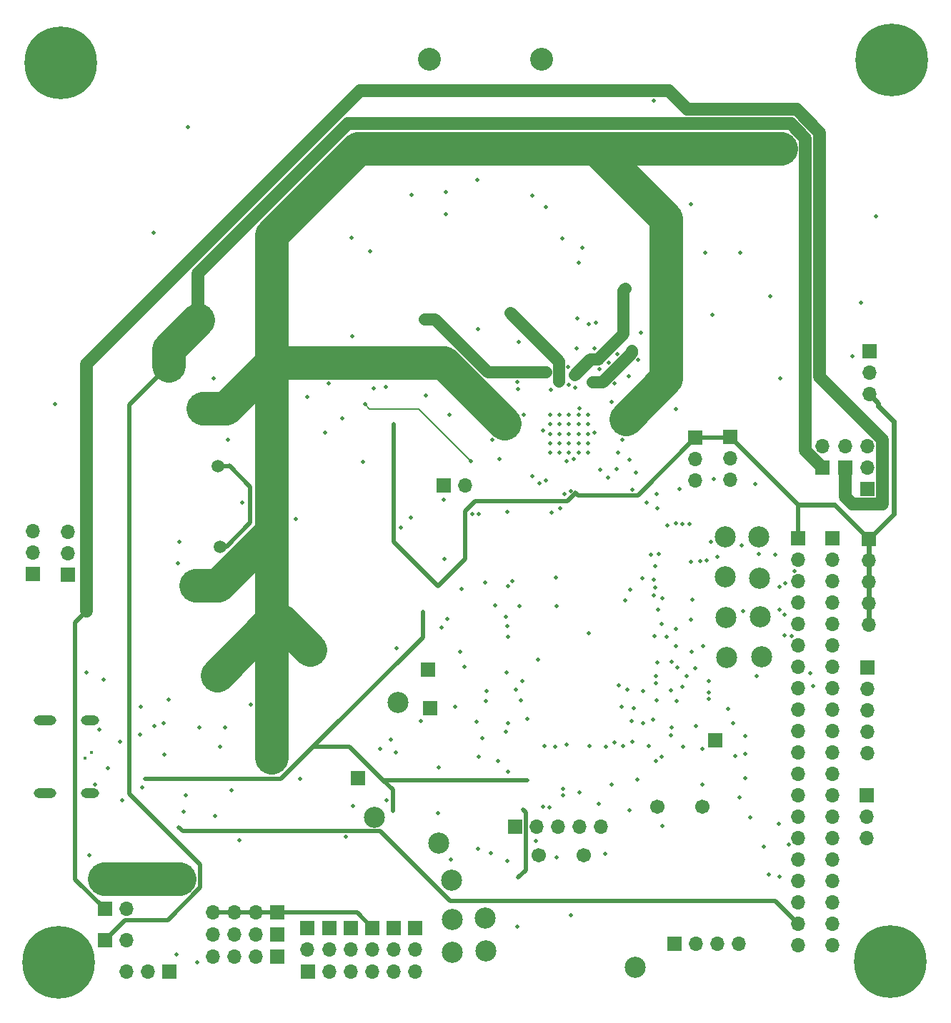
<source format=gbr>
%TF.GenerationSoftware,KiCad,Pcbnew,6.0.4-6f826c9f35~116~ubuntu20.04.1*%
%TF.CreationDate,2022-04-10T19:12:30+02:00*%
%TF.ProjectId,THEIA,54484549-412e-46b6-9963-61645f706362,rev?*%
%TF.SameCoordinates,Original*%
%TF.FileFunction,Copper,L3,Inr*%
%TF.FilePolarity,Positive*%
%FSLAX46Y46*%
G04 Gerber Fmt 4.6, Leading zero omitted, Abs format (unit mm)*
G04 Created by KiCad (PCBNEW 6.0.4-6f826c9f35~116~ubuntu20.04.1) date 2022-04-10 19:12:30*
%MOMM*%
%LPD*%
G01*
G04 APERTURE LIST*
%TA.AperFunction,ComponentPad*%
%ADD10R,1.700000X1.700000*%
%TD*%
%TA.AperFunction,ComponentPad*%
%ADD11O,1.700000X1.700000*%
%TD*%
%TA.AperFunction,ComponentPad*%
%ADD12C,1.701800*%
%TD*%
%TA.AperFunction,ComponentPad*%
%ADD13C,0.900000*%
%TD*%
%TA.AperFunction,ComponentPad*%
%ADD14C,8.600000*%
%TD*%
%TA.AperFunction,ComponentPad*%
%ADD15O,2.667000X1.168400*%
%TD*%
%TA.AperFunction,ComponentPad*%
%ADD16O,2.159000X1.168400*%
%TD*%
%TA.AperFunction,ComponentPad*%
%ADD17C,2.500000*%
%TD*%
%TA.AperFunction,ComponentPad*%
%ADD18C,0.500000*%
%TD*%
%TA.AperFunction,ComponentPad*%
%ADD19C,2.710000*%
%TD*%
%TA.AperFunction,ViaPad*%
%ADD20C,0.508000*%
%TD*%
%TA.AperFunction,ViaPad*%
%ADD21C,0.400000*%
%TD*%
%TA.AperFunction,ViaPad*%
%ADD22C,1.508000*%
%TD*%
%TA.AperFunction,ViaPad*%
%ADD23C,1.250000*%
%TD*%
%TA.AperFunction,Conductor*%
%ADD24C,0.500000*%
%TD*%
%TA.AperFunction,Conductor*%
%ADD25C,0.600000*%
%TD*%
%TA.AperFunction,Conductor*%
%ADD26C,4.000000*%
%TD*%
%TA.AperFunction,Conductor*%
%ADD27C,1.500000*%
%TD*%
%TA.AperFunction,Conductor*%
%ADD28C,1.400000*%
%TD*%
%TA.AperFunction,Conductor*%
%ADD29C,0.200000*%
%TD*%
G04 APERTURE END LIST*
D10*
%TO.N,POWER-IN-*%
%TO.C,J7*%
X205232000Y-121539000D03*
D11*
X205232000Y-124079000D03*
X205232000Y-126619000D03*
X205232000Y-129159000D03*
X205232000Y-131699000D03*
%TD*%
D10*
%TO.N,VDD33*%
%TO.C,J9*%
X205359000Y-106299000D03*
D11*
X205359000Y-108839000D03*
X205359000Y-111379000D03*
X205359000Y-113919000D03*
X205359000Y-116459000D03*
%TD*%
D12*
%TO.N,POWER-IN-*%
%TO.C,U2*%
X180306200Y-138069000D03*
%TO.N,Net-(C2-Pad2)*%
X185606200Y-138069000D03*
%TD*%
D13*
%TO.N,N/C*%
%TO.C,H3*%
X208100000Y-52725000D03*
X211325000Y-49500000D03*
X205819581Y-47219581D03*
X210380419Y-47219581D03*
D14*
X208100000Y-49500000D03*
D13*
X208100000Y-46275000D03*
X210380419Y-51780419D03*
X205819581Y-51780419D03*
X204875000Y-49500000D03*
%TD*%
%TO.N,N/C*%
%TO.C,H4*%
X106175000Y-156500000D03*
X111680419Y-158780419D03*
X107119581Y-158780419D03*
X112625000Y-156500000D03*
X107119581Y-154219581D03*
D14*
X109400000Y-156500000D03*
D13*
X109400000Y-159725000D03*
X111680419Y-154219581D03*
X109400000Y-153275000D03*
%TD*%
D10*
%TO.N,/ESP32/TXD0*%
%TO.C,JP6*%
X144018000Y-152400000D03*
D11*
%TO.N,Net-(J10-Pad3)*%
X144018000Y-154940000D03*
%TD*%
D10*
%TO.N,/ESP32/Micro SUB & USB-UART/RTS*%
%TO.C,J13*%
X135305800Y-153212800D03*
D11*
%TO.N,/ESP32/DTR*%
X132765800Y-153212800D03*
%TO.N,/ESP32/EN*%
X130225800Y-153212800D03*
%TO.N,/ESP32/IO0*%
X127685800Y-153212800D03*
%TD*%
D10*
%TO.N,Net-(J10-Pad1)*%
%TO.C,J10*%
X138912600Y-157607000D03*
D11*
%TO.N,Net-(J10-Pad2)*%
X141452600Y-157607000D03*
%TO.N,Net-(J10-Pad3)*%
X143992600Y-157607000D03*
%TO.N,Net-(J10-Pad4)*%
X146532600Y-157607000D03*
%TO.N,Net-(J10-Pad5)*%
X149072600Y-157607000D03*
%TO.N,Net-(J10-Pad6)*%
X151612600Y-157607000D03*
%TD*%
D10*
%TO.N,POWER-IN-*%
%TO.C,J4*%
X205105000Y-136652000D03*
D11*
%TO.N,/TMC5160-SMD/SPI_MODE*%
X205105000Y-139192000D03*
%TO.N,VDD33*%
X205105000Y-141732000D03*
%TD*%
D10*
%TO.N,VDD33*%
%TO.C,J14*%
X196977000Y-106172000D03*
D11*
%TO.N,/ESP32/EN*%
X196977000Y-108712000D03*
%TO.N,/ESP32/SENSOR_VP*%
X196977000Y-111252000D03*
%TO.N,/ESP32/SENSOR_VN*%
X196977000Y-113792000D03*
%TO.N,/ESP32/IO34*%
X196977000Y-116332000D03*
%TO.N,/ESP32/IO35*%
X196977000Y-118872000D03*
%TO.N,/ESP32/IO32*%
X196977000Y-121412000D03*
%TO.N,/ESP32/IO33*%
X196977000Y-123952000D03*
%TO.N,/ESP32/IO25*%
X196977000Y-126492000D03*
%TO.N,/ESP32/IO26*%
X196977000Y-129032000D03*
%TO.N,/ESP32/IO27*%
X196977000Y-131572000D03*
%TO.N,/ESP32/IO14*%
X196977000Y-134112000D03*
%TO.N,/ESP32/IO12*%
X196977000Y-136652000D03*
%TO.N,POWER-IN-*%
X196977000Y-139192000D03*
%TO.N,/ESP32/IO13*%
X196977000Y-141732000D03*
%TO.N,/ESP32/SD2*%
X196977000Y-144272000D03*
%TO.N,/ESP32/SD3*%
X196977000Y-146812000D03*
%TO.N,/ESP32/CMD*%
X196977000Y-149352000D03*
%TO.N,EXT_5V*%
X196977000Y-151892000D03*
%TO.N,unconnected-(J14-Pad20)*%
X196977000Y-154432000D03*
%TD*%
D13*
%TO.N,N/C*%
%TO.C,H1*%
X205619581Y-154119581D03*
X207900000Y-153175000D03*
X207900000Y-159625000D03*
D14*
X207900000Y-156400000D03*
D13*
X210180419Y-154119581D03*
X210180419Y-158680419D03*
X204675000Y-156400000D03*
X205619581Y-158680419D03*
X211125000Y-156400000D03*
%TD*%
D15*
%TO.N,N/C*%
%TO.C,J25*%
X107728700Y-127759998D03*
X107728700Y-136400002D03*
D16*
X113088700Y-127759998D03*
X113088700Y-136400002D03*
%TD*%
D10*
%TO.N,5V-LEDS*%
%TO.C,JP2*%
X114853800Y-150164800D03*
D11*
%TO.N,Net-(J1-Pad3)*%
X117393800Y-150164800D03*
%TD*%
D10*
%TO.N,POWER-IN-*%
%TO.C,J22*%
X106324400Y-110475000D03*
D11*
%TO.N,/ESP32/Micro SUB & USB-UART/RI*%
X106324400Y-107935000D03*
%TO.N,VDD33*%
X106324400Y-105395000D03*
%TD*%
D17*
%TO.N,/ESP32/IO13*%
%TO.C,TP8*%
X192709800Y-120294400D03*
%TD*%
%TO.N,/MOSI*%
%TO.C,TP13*%
X188468000Y-115595400D03*
%TD*%
D18*
%TO.N,POWER-IN-*%
%TO.C,IC1*%
X168724800Y-93802200D03*
X169849800Y-93802200D03*
X172099800Y-94927200D03*
X168724800Y-91552200D03*
X167599800Y-93802200D03*
X168724800Y-96052200D03*
X169849800Y-91552200D03*
X168724800Y-94927200D03*
X170974800Y-94927200D03*
X167599800Y-91552200D03*
X167599800Y-94927200D03*
X169849800Y-96052200D03*
X169849800Y-94927200D03*
X167599800Y-92677200D03*
X172099800Y-91552200D03*
X172099800Y-92677200D03*
X168724800Y-92677200D03*
X172099800Y-96052200D03*
X167599800Y-96052200D03*
X169849800Y-92677200D03*
X170974800Y-96052200D03*
X172099800Y-93802200D03*
X170974800Y-91552200D03*
X170974800Y-93802200D03*
X170974800Y-92677200D03*
%TD*%
D17*
%TO.N,/ESP32/IO2*%
%TO.C,TP5*%
X154406600Y-142341600D03*
%TD*%
D13*
%TO.N,N/C*%
%TO.C,H2*%
X109600000Y-53025000D03*
X112825000Y-49800000D03*
X111880419Y-47519581D03*
X106375000Y-49800000D03*
D14*
X109600000Y-49800000D03*
D13*
X111880419Y-52080419D03*
X107319581Y-52080419D03*
X109600000Y-46575000D03*
X107319581Y-47519581D03*
%TD*%
D10*
%TO.N,5V-LEDS*%
%TO.C,JP4*%
X202568236Y-97815401D03*
D11*
%TO.N,Net-(J2-Pad3)*%
X202568236Y-95275401D03*
%TD*%
D17*
%TO.N,/ESP32/Micro SUB & USB-UART/RTS*%
%TO.C,TP17*%
X146761200Y-139293600D03*
%TD*%
%TO.N,/ESP32/IO15*%
%TO.C,TP6*%
X159969200Y-155143200D03*
%TD*%
%TO.N,/CLK*%
%TO.C,TP11*%
X192354200Y-106019600D03*
%TD*%
%TO.N,/ESP32/IO15*%
%TO.C,TP4*%
X177673000Y-157099000D03*
%TD*%
D12*
%TO.N,POWER-IN-*%
%TO.C,U1*%
X166285400Y-143809400D03*
%TO.N,Net-(C1-Pad2)*%
X171585400Y-143809400D03*
%TD*%
D10*
%TO.N,/ESP32/RXD0*%
%TO.C,JP10*%
X141478000Y-152395000D03*
D11*
%TO.N,Net-(J10-Pad2)*%
X141478000Y-154935000D03*
%TD*%
D10*
%TO.N,+12V*%
%TO.C,JP1*%
X114858800Y-153873200D03*
D11*
%TO.N,Net-(J1-Pad3)*%
X117398800Y-153873200D03*
%TD*%
D10*
%TO.N,/ESP32/IO0*%
%TO.C,J24*%
X187147200Y-130149600D03*
%TD*%
%TO.N,VDD33*%
%TO.C,J12*%
X135305800Y-150545800D03*
D11*
X132765800Y-150545800D03*
X130225800Y-150545800D03*
X127685800Y-150545800D03*
%TD*%
D17*
%TO.N,/CS*%
%TO.C,TP2*%
X156006800Y-151434800D03*
%TD*%
%TO.N,/ESP32/RXD0*%
%TO.C,TP7*%
X188544200Y-120319800D03*
%TD*%
D10*
%TO.N,POWER-IN-*%
%TO.C,JP7*%
X151612600Y-152400000D03*
D11*
%TO.N,Net-(J10-Pad6)*%
X151612600Y-154940000D03*
%TD*%
D10*
%TO.N,POWER-IN-*%
%TO.C,J15*%
X201091800Y-106222800D03*
D11*
%TO.N,/MOSI*%
X201091800Y-108762800D03*
%TO.N,/ESP32/IO22*%
X201091800Y-111302800D03*
%TO.N,/ESP32/TXD0*%
X201091800Y-113842800D03*
%TO.N,/ESP32/RXD0*%
X201091800Y-116382800D03*
%TO.N,/ESP32/IO21*%
X201091800Y-118922800D03*
%TO.N,POWER-IN-*%
X201091800Y-121462800D03*
%TO.N,/MISO*%
X201091800Y-124002800D03*
%TO.N,/CLK*%
X201091800Y-126542800D03*
%TO.N,/CS*%
X201091800Y-129082800D03*
%TO.N,/ESP32/IO17*%
X201091800Y-131622800D03*
%TO.N,/ESP32/IO16*%
X201091800Y-134162800D03*
%TO.N,/ESP32/IO4*%
X201091800Y-136702800D03*
%TO.N,/ESP32/IO0*%
X201091800Y-139242800D03*
%TO.N,/ESP32/IO2*%
X201091800Y-141782800D03*
%TO.N,/ESP32/IO15*%
X201091800Y-144322800D03*
%TO.N,/ESP32/SD1*%
X201091800Y-146862800D03*
%TO.N,/ESP32/SD0*%
X201091800Y-149402800D03*
%TO.N,/ESP32/CLK*%
X201091800Y-151942800D03*
%TO.N,unconnected-(J15-Pad20)*%
X201091800Y-154482800D03*
%TD*%
D10*
%TO.N,POWER-IN-*%
%TO.C,J11*%
X135295800Y-155854400D03*
D11*
X132755800Y-155854400D03*
X130215800Y-155854400D03*
X127675800Y-155854400D03*
%TD*%
D17*
%TO.N,/ESP32/TXD0*%
%TO.C,TP9*%
X192481200Y-115544600D03*
%TD*%
D19*
%TO.N,N/C*%
%TO.C,J6*%
X166619200Y-49408600D03*
X153319200Y-49408600D03*
%TD*%
D17*
%TO.N,/CS*%
%TO.C,TP15*%
X155923573Y-146743450D03*
%TD*%
D10*
%TO.N,/ESP32/Micro SUB & USB-UART/RTS*%
%TO.C,J20*%
X144830800Y-134670800D03*
%TD*%
%TO.N,POWER-IN-*%
%TO.C,J5*%
X205460600Y-84038199D03*
D11*
%TO.N,/TMC5160-SMD/SD_MODE*%
X205460600Y-86578199D03*
%TO.N,VDD33*%
X205460600Y-89118199D03*
%TD*%
D17*
%TO.N,/ESP32/IO35*%
%TO.C,TP12*%
X192379600Y-110921800D03*
%TD*%
D10*
%TO.N,/ESP32/CTS*%
%TO.C,JP9*%
X149098000Y-152400000D03*
D11*
%TO.N,Net-(J10-Pad5)*%
X149098000Y-154940000D03*
%TD*%
D10*
%TO.N,POWER-IN-*%
%TO.C,J21*%
X110439200Y-110525800D03*
D11*
%TO.N,/ESP32/Micro SUB & USB-UART/DCD*%
X110439200Y-107985800D03*
%TO.N,VDD33*%
X110439200Y-105445800D03*
%TD*%
D10*
%TO.N,VDD33*%
%TO.C,J3*%
X182382000Y-154305000D03*
D11*
%TO.N,/ESP32/IO33*%
X184922000Y-154305000D03*
%TO.N,/ESP32/IO32*%
X187462000Y-154305000D03*
%TO.N,POWER-IN-*%
X190002000Y-154305000D03*
%TD*%
D17*
%TO.N,/ESP32/DTR*%
%TO.C,TP16*%
X149606000Y-125679200D03*
%TD*%
D10*
%TO.N,POWER-IN-*%
%TO.C,J1*%
X122504200Y-157581600D03*
D11*
%TO.N,/ESP32/IO17*%
X119964200Y-157581600D03*
%TO.N,Net-(J1-Pad3)*%
X117424200Y-157581600D03*
%TD*%
D10*
%TO.N,POWER-IN-*%
%TO.C,JP11*%
X155036600Y-99898200D03*
D11*
%TO.N,/TMC5160-SMD/CLK*%
X157576600Y-99898200D03*
%TD*%
D17*
%TO.N,/ESP32/IO0*%
%TO.C,TP3*%
X156006800Y-155346400D03*
%TD*%
D10*
%TO.N,/ESP32/DTR*%
%TO.C,J19*%
X153416000Y-126339600D03*
%TD*%
%TO.N,VDD33*%
%TO.C,J17*%
X188950600Y-94208600D03*
D11*
%TO.N,/TMC5160-SMD/SPI_MODE*%
X188950600Y-96748600D03*
%TO.N,POWER-IN-*%
X188950600Y-99288600D03*
%TD*%
D10*
%TO.N,/ESP32/IO12*%
%TO.C,J8*%
X163454000Y-140385800D03*
D11*
%TO.N,/ESP32/IO15*%
X165994000Y-140385800D03*
%TO.N,/ESP32/IO2*%
X168534000Y-140385800D03*
%TO.N,/ESP32/IO0*%
X171074000Y-140385800D03*
%TO.N,/CS*%
X173614000Y-140385800D03*
%TD*%
D10*
%TO.N,+12V*%
%TO.C,JP3*%
X199872601Y-97815401D03*
D11*
%TO.N,Net-(J2-Pad3)*%
X199872601Y-95275401D03*
%TD*%
D10*
%TO.N,VDD33*%
%TO.C,J16*%
X184835800Y-94284800D03*
D11*
%TO.N,/TMC5160-SMD/SD_MODE*%
X184835800Y-96824800D03*
%TO.N,POWER-IN-*%
X184835800Y-99364800D03*
%TD*%
D10*
%TO.N,/ESP32/EN*%
%TO.C,J23*%
X153111200Y-121818400D03*
%TD*%
%TO.N,VDD33*%
%TO.C,JP8*%
X146558000Y-152395000D03*
D11*
%TO.N,Net-(J10-Pad4)*%
X146558000Y-154935000D03*
%TD*%
D10*
%TO.N,POWER-IN-*%
%TO.C,J2*%
X205206600Y-100355400D03*
D11*
%TO.N,unconnected-(J2-Pad2)*%
X205206600Y-97815400D03*
%TO.N,Net-(J2-Pad3)*%
X205206600Y-95275400D03*
%TD*%
D17*
%TO.N,/ESP32/IO34*%
%TO.C,TP14*%
X188391800Y-110794800D03*
%TD*%
D10*
%TO.N,/ESP32/DTR*%
%TO.C,JP5*%
X138811000Y-152395000D03*
D11*
%TO.N,Net-(J10-Pad1)*%
X138811000Y-154935000D03*
%TD*%
D17*
%TO.N,/ESP32/IO12*%
%TO.C,TP1*%
X159918400Y-151282400D03*
%TD*%
%TO.N,/MISO*%
%TO.C,TP10*%
X188391800Y-106070400D03*
%TD*%
D20*
%TO.N,/ESP32/IO14*%
X176500000Y-113600000D03*
%TO.N,POWER-IN-*%
X177100000Y-112300000D03*
X166300000Y-99700000D03*
%TO.N,/ESP32/IO27*%
X169599800Y-97082342D03*
%TO.N,/ESP32/IO26*%
X169331977Y-100948589D03*
%TO.N,POWER-IN-*%
X170100000Y-100600000D03*
X172877446Y-93703650D03*
D21*
%TO.N,/ESP32/Micro SUB & USB-UART/USB-D_P*%
X112500000Y-132300000D03*
X113284000Y-131572000D03*
D20*
%TO.N,POWER-IN-*%
X114200000Y-128900000D03*
X116600000Y-130300000D03*
%TO.N,*%
X155092400Y-108686600D03*
%TO.N,POWER-IN-*%
X154300000Y-138800000D03*
X140900000Y-93700000D03*
X165500000Y-65600000D03*
X137500000Y-103900000D03*
X113710259Y-135420404D03*
X129400000Y-94500000D03*
X187000000Y-99200000D03*
X174900000Y-135400000D03*
X115200000Y-133500000D03*
X120650000Y-69977000D03*
X145440400Y-97140400D03*
X155800000Y-144300000D03*
X163700000Y-87700000D03*
X204400000Y-78300000D03*
X151074750Y-103725250D03*
X124714000Y-57404000D03*
X164900000Y-127600000D03*
X116900000Y-137300000D03*
X191900000Y-99800000D03*
X159000000Y-63700000D03*
X124200000Y-138600000D03*
X122400000Y-125300000D03*
X177800000Y-98400000D03*
X149400000Y-119200000D03*
X123300000Y-155600000D03*
X155036600Y-101636600D03*
X170800000Y-80100000D03*
X127900000Y-139100000D03*
X206200000Y-68000000D03*
X180900000Y-140300000D03*
X174900000Y-90000000D03*
X184300000Y-66600000D03*
X112700000Y-122100000D03*
X121919189Y-131820267D03*
X160767253Y-94546136D03*
X113000000Y-143800000D03*
X166800000Y-93400000D03*
X151200000Y-65500000D03*
X124400000Y-136700000D03*
X172200000Y-117500000D03*
X149900000Y-104900000D03*
X193700000Y-77500000D03*
X155642400Y-91557600D03*
X172216420Y-80800000D03*
X166200000Y-120600000D03*
X114700000Y-123000000D03*
X131100000Y-102000000D03*
X138800000Y-89400000D03*
X162600000Y-111900000D03*
X108900000Y-90300000D03*
X203400000Y-84600000D03*
X161600000Y-96800000D03*
X123700000Y-106600000D03*
X182500000Y-90900000D03*
X125800000Y-156500000D03*
X119045569Y-129500000D03*
X127700000Y-87200000D03*
X123500000Y-109200000D03*
X125800000Y-156500000D03*
%TO.N,Net-(C1-Pad2)*%
X173329600Y-137718800D03*
%TO.N,Net-(C2-Pad2)*%
X158851600Y-127939800D03*
X175738111Y-123626289D03*
X177948500Y-134848600D03*
%TO.N,/ESP32/IO0*%
X176250600Y-130860800D03*
X162542600Y-144492600D03*
X179273200Y-130860800D03*
X178625200Y-128169600D03*
X171077629Y-136326915D03*
%TO.N,/ESP32/EN*%
X156340900Y-126187200D03*
X148717000Y-130048000D03*
X143383000Y-141596611D03*
X152273000Y-127889000D03*
X161125200Y-114199600D03*
X180943599Y-113302542D03*
X147447000Y-131191000D03*
X144272000Y-137922000D03*
X168376600Y-114274600D03*
X164007800Y-114274600D03*
%TO.N,VDD33*%
X164871400Y-134874000D03*
X165760400Y-101836000D03*
X164363400Y-138353800D03*
X170611800Y-100798589D03*
X152501600Y-114960400D03*
X152501600Y-117475000D03*
X163830000Y-146431000D03*
X149047200Y-100380800D03*
X148971000Y-138557000D03*
X154330400Y-111912400D03*
X149047200Y-92659200D03*
X119583200Y-134772400D03*
%TO.N,+24V*%
X160248600Y-91236800D03*
D22*
X134366000Y-96672400D03*
X134620000Y-132207000D03*
X134569200Y-105867200D03*
D20*
X194919600Y-59994800D03*
D22*
X126492000Y-90805000D03*
D20*
X162204400Y-92557600D03*
X181330600Y-87223600D03*
D22*
X134518400Y-121818400D03*
X125603000Y-111760000D03*
X139141200Y-119380000D03*
D20*
X177507900Y-64452500D03*
D22*
X128828800Y-122478800D03*
D20*
X184663522Y-60636478D03*
X144780000Y-59690000D03*
X176606200Y-92456000D03*
%TO.N,5V-LEDS*%
X112420400Y-115100600D03*
%TO.N,/TMC5160-SMD/GREEN*%
X167081200Y-86487000D03*
X152685800Y-80175800D03*
%TO.N,Net-(C16-Pad2)*%
X163830000Y-88519000D03*
X164490400Y-91555700D03*
%TO.N,/TMC5160-SMD/BLUE*%
X176254500Y-81813400D03*
X170459400Y-86842600D03*
X176504600Y-76555600D03*
%TO.N,Net-(C17-Pad2)*%
X178329500Y-81813400D03*
X171119800Y-90780700D03*
%TO.N,/TMC5160-SMD/BLACK*%
X168599800Y-87559200D03*
X166128700Y-82715100D03*
X162890200Y-79476600D03*
%TO.N,Net-(C18-Pad2)*%
X163859300Y-82931000D03*
X169824400Y-88011000D03*
%TO.N,/TMC5160-SMD/RED*%
X172599800Y-87636800D03*
X177266600Y-83900100D03*
D22*
%TO.N,+12V*%
X125831600Y-81127600D03*
X122377200Y-85699600D03*
D20*
%TO.N,Net-(D2-Pad2)*%
X137972800Y-134772400D03*
X129844800Y-136067200D03*
%TO.N,Net-(IC1-Pad1)*%
X148158200Y-88239600D03*
X144164400Y-82213400D03*
%TO.N,/CS*%
X180289200Y-102641400D03*
X167106600Y-99339400D03*
X181991000Y-120878600D03*
X174091600Y-143637000D03*
X168833800Y-102641400D03*
X176784000Y-124129800D03*
%TO.N,/CLK*%
X184378600Y-119659400D03*
X185623200Y-131140200D03*
X181457600Y-104673400D03*
X184323300Y-115849400D03*
X180382600Y-114672800D03*
%TO.N,/MOSI*%
X179882800Y-112953800D03*
X179044600Y-101955600D03*
%TO.N,/MISO*%
X182519900Y-104419400D03*
X182519900Y-116919900D03*
X198400000Y-122200000D03*
X182519900Y-118991389D03*
X195400000Y-117700000D03*
X198800000Y-123700000D03*
%TO.N,/ESP32/IO26*%
X179778702Y-127666100D03*
X159138940Y-103364811D03*
X176072800Y-126161800D03*
X164134800Y-125399800D03*
X162504700Y-103073200D03*
X167800580Y-103193110D03*
X177481341Y-126361915D03*
X160070800Y-124333000D03*
%TO.N,/ESP32/IO27*%
X159588200Y-129870200D03*
X165455600Y-98856800D03*
X162610800Y-133853500D03*
X158351882Y-103292800D03*
X159994600Y-125476000D03*
%TO.N,/TMC5160-SMD/SD_MODE*%
X180238400Y-100965000D03*
%TO.N,/TMC5160-SMD/SPI_MODE*%
X177362120Y-100461500D03*
%TO.N,/ESP32/IO4*%
X183235600Y-123825000D03*
X183305884Y-104474548D03*
%TO.N,/ESP32/IO16*%
X184124600Y-104470200D03*
X186385211Y-124460000D03*
X183819800Y-122580400D03*
%TO.N,/ESP32/IO14*%
X194800000Y-114700000D03*
X194800000Y-112000000D03*
X174472600Y-98983800D03*
X189500000Y-132000000D03*
X189300000Y-128100000D03*
X185400000Y-108900000D03*
X179875818Y-111137212D03*
%TO.N,/ESP32/IO35*%
X177000000Y-96900000D03*
X182900000Y-100400000D03*
X173508800Y-98069400D03*
X195459968Y-111505653D03*
X194300000Y-108115989D03*
X175500000Y-98000000D03*
X163119901Y-111302798D03*
%TO.N,/ESP32/IO34*%
X180094450Y-109494450D03*
X192345244Y-108054756D03*
X175615600Y-96062800D03*
X196587129Y-110060670D03*
X162585400Y-117856000D03*
X179569151Y-108130850D03*
X180067616Y-112029796D03*
%TO.N,/ESP32/IO25*%
X163550600Y-124129789D03*
X186385200Y-125272800D03*
X157099000Y-112217200D03*
X159877261Y-111429800D03*
X170405704Y-96826810D03*
X157424700Y-121437400D03*
X180167029Y-122559829D03*
X182702200Y-121539000D03*
%TO.N,Net-(IC1-Pad36)*%
X173039164Y-80639164D03*
X175206993Y-87806993D03*
X175546392Y-84346392D03*
X190100000Y-72300000D03*
%TO.N,Net-(IC1-Pad38)*%
X194900000Y-87200000D03*
X173431200Y-86106000D03*
X172872400Y-83702400D03*
%TO.N,Net-(IC1-Pad39)*%
X176936400Y-86995000D03*
X186842400Y-79730600D03*
%TO.N,Net-(IC1-Pad41)*%
X170713400Y-83677000D03*
X179851000Y-54336600D03*
X171000000Y-73500000D03*
X170546300Y-88341200D03*
%TO.N,Net-(IC1-Pad44)*%
X144103400Y-70586600D03*
X146672729Y-88455929D03*
%TO.N,Net-(IC1-Pad46)*%
X167081200Y-66894400D03*
X169734220Y-85877400D03*
%TO.N,Net-(IC1-Pad47)*%
X155244800Y-65176400D03*
X167653300Y-88568264D03*
X155219400Y-67741800D03*
X159054800Y-81381600D03*
%TO.N,/ESP32/IO17*%
X181900000Y-124200000D03*
X162585400Y-128168400D03*
X188700000Y-126400000D03*
X178625200Y-124359600D03*
X182600000Y-125500000D03*
X180200000Y-125400000D03*
%TO.N,/ESP32/IO33*%
X186371600Y-123102000D03*
X194700000Y-140100000D03*
X180289200Y-120904000D03*
X162458400Y-122097800D03*
X184785000Y-121573389D03*
%TO.N,/ESP32/IO32*%
X190754000Y-131752611D03*
X190754000Y-129667000D03*
X192913000Y-142748000D03*
X180162200Y-123367800D03*
X164317100Y-123122789D03*
X185674000Y-135382000D03*
X190754000Y-134620000D03*
%TO.N,/ESP32/IO12*%
X162356800Y-129184400D03*
X170100000Y-150900000D03*
X163700000Y-152300000D03*
%TO.N,/ESP32/IO15*%
X169164000Y-136702800D03*
X168351200Y-144043400D03*
X165938200Y-142113000D03*
X174244000Y-130962400D03*
%TO.N,/ESP32/IO2*%
X175234600Y-130454400D03*
X160604200Y-143560800D03*
X159031871Y-143045871D03*
%TO.N,/ESP32/Micro SUB & USB-UART/RTS*%
X149352000Y-131572000D03*
X132166500Y-125933200D03*
%TO.N,/ESP32/DTR*%
X156921200Y-119634000D03*
X119253000Y-135763000D03*
X120742878Y-128489878D03*
X154432000Y-133350000D03*
%TO.N,/ESP32/SENSOR_VP*%
X168300000Y-110900000D03*
X184323300Y-109000000D03*
X184429400Y-113461800D03*
X162382200Y-115544600D03*
X178493971Y-110960089D03*
%TO.N,/ESP32/SENSOR_VN*%
X186169826Y-108815153D03*
X180446100Y-108068360D03*
X187400000Y-108400000D03*
X190300000Y-107066411D03*
X186700000Y-106600000D03*
X162500000Y-116600000D03*
%TO.N,/ESP32/IO13*%
X183400000Y-130900000D03*
X184886600Y-128498600D03*
X177287500Y-127889000D03*
X177368200Y-130302000D03*
%TO.N,/ESP32/SD2*%
X166928800Y-130860800D03*
X191300000Y-139300000D03*
X166776400Y-138049000D03*
%TO.N,/ESP32/SD3*%
X168224200Y-130911600D03*
%TO.N,/ESP32/CMD*%
X190029083Y-136970213D03*
X167538400Y-138150600D03*
X195908529Y-142491471D03*
X169595800Y-130683000D03*
%TO.N,/ESP32/IO22*%
X190500000Y-114800000D03*
%TO.N,/ESP32/TXD0*%
X180797200Y-116382800D03*
X159130800Y-132130800D03*
X195373989Y-115300000D03*
X180797200Y-132130800D03*
%TO.N,/ESP32/RXD0*%
X180136800Y-132638800D03*
X161442400Y-132638800D03*
X148234400Y-137261600D03*
X181400000Y-117896500D03*
X196188999Y-117811001D03*
X148234400Y-137261600D03*
%TO.N,/ESP32/IO21*%
X185700000Y-119000000D03*
X192100000Y-122580389D03*
X180000000Y-117800000D03*
%TO.N,/ESP32/SD1*%
X169138600Y-135940800D03*
X176987200Y-138433269D03*
X193522600Y-146100800D03*
X172262800Y-130860800D03*
%TO.N,/ESP32/SD0*%
X194818000Y-146308500D03*
X181944700Y-129570580D03*
%TO.N,/ESP32/CLK*%
X181989721Y-128673100D03*
D23*
%TO.N,POWER-IN+*%
X123707112Y-146589040D03*
X114817112Y-146589040D03*
D20*
%TO.N,/ESP32/CTS*%
X130800000Y-142000000D03*
%TO.N,Net-(Q2-Pad3)*%
X141325600Y-87807800D03*
X146304000Y-72136000D03*
X142976600Y-91948000D03*
%TO.N,Net-(Q4-Pad3)*%
X169037000Y-70612000D03*
X152908000Y-89281000D03*
X171450000Y-71755000D03*
X185998200Y-72294800D03*
%TO.N,Net-(Q11-Pad2)*%
X154700000Y-116800000D03*
X155400000Y-115800000D03*
%TO.N,/ESP32/Micro SUB & USB-UART/TXD*%
X129108800Y-128676400D03*
X128473200Y-130911600D03*
%TO.N,Net-(R32-Pad1)*%
X121822807Y-128122007D03*
X126008800Y-128676400D03*
%TO.N,EXT_5V*%
X123571000Y-140462000D03*
D22*
%TO.N,+5V*%
X128219200Y-97637600D03*
D20*
X176199800Y-94538800D03*
X178005193Y-85008793D03*
X145656300Y-90309700D03*
D22*
X128473200Y-107188000D03*
D20*
X174523400Y-85369400D03*
X158191200Y-97053400D03*
%TO.N,Net-(J25-PadB5)*%
X119065800Y-126212600D03*
%TD*%
D24*
%TO.N,VDD33*%
X148971000Y-136011978D02*
X148971000Y-138557000D01*
X163830000Y-146431000D02*
X164703511Y-145557489D01*
X169672000Y-101828600D02*
X170611800Y-100888800D01*
D25*
X205460600Y-89118199D02*
X206506111Y-90163710D01*
D24*
X149047200Y-106629200D02*
X154330400Y-111912400D01*
X154330400Y-111912400D02*
X157548371Y-108694429D01*
X152501600Y-114960400D02*
X152501600Y-117475000D01*
X158679745Y-101828600D02*
X169672000Y-101828600D01*
X157548371Y-108694429D02*
X157548371Y-102959974D01*
X143857304Y-130898282D02*
X139534282Y-130898282D01*
X196977000Y-102235000D02*
X196977000Y-106172000D01*
D25*
X196977000Y-102235000D02*
X201295000Y-102235000D01*
D24*
X157548371Y-102959974D02*
X158679745Y-101828600D01*
X135676045Y-134756520D02*
X119599080Y-134756520D01*
X164703511Y-145557489D02*
X164703511Y-138693911D01*
D25*
X201295000Y-102235000D02*
X205359000Y-106299000D01*
X208300000Y-103358000D02*
X205359000Y-106299000D01*
D24*
X147833022Y-134874000D02*
X143857304Y-130898282D01*
X149047200Y-100380800D02*
X149047200Y-106629200D01*
X152501600Y-117930965D02*
X139534282Y-130898282D01*
X149047200Y-92659200D02*
X149047200Y-100380800D01*
X127685800Y-150545800D02*
X135305800Y-150545800D01*
D25*
X206506111Y-90506111D02*
X208300000Y-92300000D01*
D24*
X188950600Y-94208600D02*
X196977000Y-102235000D01*
X139534282Y-130898282D02*
X135676045Y-134756520D01*
X178005589Y-101115011D02*
X184835800Y-94284800D01*
D25*
X208300000Y-92300000D02*
X208300000Y-103358000D01*
D24*
X164703511Y-138693911D02*
X164363400Y-138353800D01*
X144708800Y-150545800D02*
X146558000Y-152395000D01*
X164871400Y-134874000D02*
X147833022Y-134874000D01*
X119599080Y-134756520D02*
X119583200Y-134772400D01*
X188874400Y-94284800D02*
X188950600Y-94208600D01*
X147833022Y-134874000D02*
X148971000Y-136011978D01*
X135305800Y-150545800D02*
X144708800Y-150545800D01*
X152501600Y-117475000D02*
X152501600Y-117930965D01*
X184835800Y-94284800D02*
X188874400Y-94284800D01*
D25*
X206506111Y-90163710D02*
X206506111Y-90506111D01*
D24*
X170928222Y-101115011D02*
X178005589Y-101115011D01*
X170611800Y-100798589D02*
X170928222Y-101115011D01*
X170611800Y-100888800D02*
X170611800Y-100798589D01*
D25*
X205359000Y-106299000D02*
X205359000Y-116459000D01*
D26*
%TO.N,+24V*%
X134620000Y-85344000D02*
X134620000Y-79756000D01*
X173050200Y-59994800D02*
X177507900Y-64452500D01*
X125603000Y-111760000D02*
X128270000Y-111760000D01*
X154990800Y-85344000D02*
X134620000Y-85344000D01*
X181356000Y-68300600D02*
X181356000Y-87274400D01*
X128270000Y-111760000D02*
X134620000Y-105410000D01*
X139141200Y-119380000D02*
X135712200Y-115951000D01*
X129159000Y-90805000D02*
X134620000Y-85344000D01*
X162204400Y-92557600D02*
X154990800Y-85344000D01*
X173050200Y-59994800D02*
X194919600Y-59994800D01*
X135712200Y-115951000D02*
X134620000Y-115951000D01*
X128143000Y-122428000D02*
X134620000Y-115951000D01*
X134620000Y-70205600D02*
X144830800Y-59994800D01*
X134620000Y-132207000D02*
X134620000Y-85344000D01*
X177507900Y-64452500D02*
X181356000Y-68300600D01*
X181356000Y-87274400D02*
X176555400Y-92075000D01*
X134620000Y-79756000D02*
X134620000Y-70205600D01*
X126492000Y-90805000D02*
X129159000Y-90805000D01*
X144830800Y-59994800D02*
X173050200Y-59994800D01*
D27*
%TO.N,5V-LEDS*%
X112700000Y-85550865D02*
X112700000Y-114800000D01*
X187000000Y-55345760D02*
X183900000Y-55345760D01*
X207006111Y-94530017D02*
X199568640Y-87092546D01*
X145117776Y-53133089D02*
X112700000Y-85550865D01*
D24*
X111347633Y-146658633D02*
X111347633Y-116173367D01*
D27*
X183900000Y-55345760D02*
X181687329Y-53133089D01*
X181687329Y-53133089D02*
X145117776Y-53133089D01*
D24*
X111347633Y-116173367D02*
X112420400Y-115100600D01*
D27*
X199568640Y-87092546D02*
X199568640Y-58069105D01*
D24*
X114853800Y-150164800D02*
X111347633Y-146658633D01*
D27*
X203407089Y-102154911D02*
X207006111Y-102154911D01*
X196845295Y-55345760D02*
X187000000Y-55345760D01*
X202568236Y-97815401D02*
X202568236Y-101316058D01*
X199568640Y-58069105D02*
X196845295Y-55345760D01*
X202568236Y-101316058D02*
X203407089Y-102154911D01*
X207006111Y-102154911D02*
X207006111Y-94530017D01*
D28*
%TO.N,/TMC5160-SMD/GREEN*%
X153923140Y-80175800D02*
X152685800Y-80175800D01*
X160234340Y-86487000D02*
X153923140Y-80175800D01*
X167081200Y-86487000D02*
X160234340Y-86487000D01*
%TO.N,/TMC5160-SMD/BLUE*%
X176254500Y-81813400D02*
X176254500Y-76805700D01*
X176254500Y-81911100D02*
X176254500Y-81813400D01*
X176254500Y-76805700D02*
X176504600Y-76555600D01*
X173253290Y-84912310D02*
X176254500Y-81911100D01*
X172389690Y-84912310D02*
X170459400Y-86842600D01*
X173253290Y-84912310D02*
X172389690Y-84912310D01*
%TO.N,/TMC5160-SMD/BLACK*%
X168599800Y-87559200D02*
X168630720Y-87528280D01*
X168630720Y-85217120D02*
X166128700Y-82715100D01*
X168630720Y-87528280D02*
X168630720Y-85217120D01*
X166128700Y-82715100D02*
X162890200Y-79476600D01*
%TO.N,/TMC5160-SMD/RED*%
X172599800Y-87636800D02*
X173816601Y-87636800D01*
X173816601Y-87636800D02*
X177266600Y-84186801D01*
X177266600Y-84186801D02*
X177266600Y-83900100D01*
D24*
%TO.N,+12V*%
X117729000Y-136485370D02*
X117729000Y-90347800D01*
X126156632Y-144913002D02*
X117729000Y-136485370D01*
D27*
X197869120Y-58773069D02*
X197869120Y-95816814D01*
X197869120Y-95816814D02*
X199867707Y-97815401D01*
D24*
X114858800Y-153873200D02*
X117267689Y-151464311D01*
X126156632Y-147603664D02*
X126156632Y-144913002D01*
X117267689Y-151464311D02*
X122295985Y-151464311D01*
D27*
X196141331Y-57045280D02*
X197869120Y-58773069D01*
D24*
X117729000Y-90347800D02*
X122377200Y-85699600D01*
D27*
X143609069Y-57045280D02*
X196141331Y-57045280D01*
X125831600Y-81127600D02*
X125831600Y-74822749D01*
D26*
X122377200Y-83769200D02*
X125882400Y-80264000D01*
D27*
X199867707Y-97815401D02*
X199872601Y-97815401D01*
D26*
X122377200Y-85699600D02*
X122377200Y-83769200D01*
D24*
X122295985Y-151464311D02*
X126156632Y-147603664D01*
D27*
X125831600Y-74822749D02*
X143609069Y-57045280D01*
D26*
%TO.N,POWER-IN+*%
X114817112Y-146589040D02*
X123707112Y-146589040D01*
D24*
%TO.N,EXT_5V*%
X155726340Y-149225000D02*
X194310000Y-149225000D01*
X124052111Y-140943111D02*
X147444451Y-140943111D01*
X194310000Y-149225000D02*
X196977000Y-151892000D01*
X123571000Y-140462000D02*
X124052111Y-140943111D01*
X147444451Y-140943111D02*
X155726340Y-149225000D01*
D29*
%TO.N,+5V*%
X158191200Y-97053400D02*
X151993600Y-90855800D01*
X151993600Y-90855800D02*
X146202400Y-90855800D01*
D24*
X132070480Y-104353954D02*
X132070480Y-100076000D01*
D29*
X145656300Y-90309700D02*
X145643600Y-90297000D01*
D24*
X128219200Y-97637600D02*
X129530480Y-97637600D01*
X132070480Y-100076000D02*
X129581280Y-97586800D01*
X128473200Y-107188000D02*
X129236434Y-107188000D01*
D29*
X146202400Y-90855800D02*
X145656300Y-90309700D01*
D24*
X129530480Y-97637600D02*
X129581280Y-97586800D01*
X129236434Y-107188000D02*
X132070480Y-104353954D01*
%TD*%
M02*

</source>
